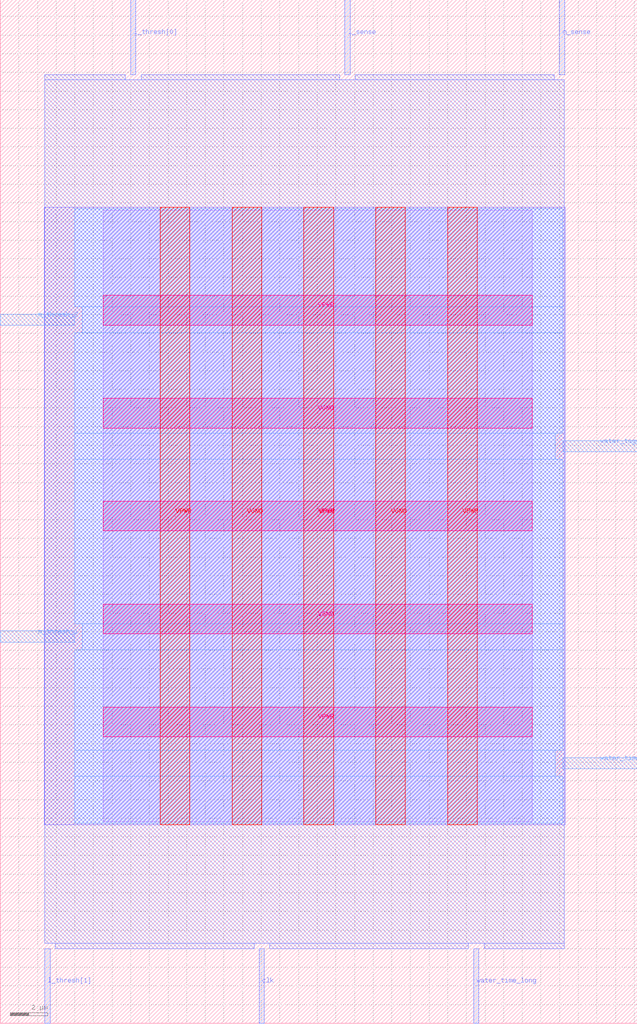
<source format=lef>
VERSION 5.7 ;
  NOWIREEXTENSIONATPIN ON ;
  DIVIDERCHAR "/" ;
  BUSBITCHARS "[]" ;
MACRO fsm
  CLASS BLOCK ;
  FOREIGN fsm ;
  ORIGIN 0.000 0.000 ;
  SIZE 34.165 BY 54.885 ;
  PIN clk
    DIRECTION INPUT ;
    USE SIGNAL ;
    PORT
      LAYER met2 ;
        RECT 13.890 0.000 14.170 4.000 ;
    END
  END clk
  PIN l_sense
    DIRECTION INPUT ;
    USE SIGNAL ;
    PORT
      LAYER met2 ;
        RECT 18.490 50.885 18.770 54.885 ;
    END
  END l_sense
  PIN l_thresh[0]
    DIRECTION INPUT ;
    USE SIGNAL ;
    PORT
      LAYER met2 ;
        RECT 6.990 50.885 7.270 54.885 ;
    END
  END l_thresh[0]
  PIN l_thresh[1]
    DIRECTION INPUT ;
    USE SIGNAL ;
    PORT
      LAYER met2 ;
        RECT 2.390 0.000 2.670 4.000 ;
    END
  END l_thresh[1]
  PIN m_sense
    DIRECTION INPUT ;
    USE SIGNAL ;
    PORT
      LAYER met2 ;
        RECT 29.990 50.885 30.270 54.885 ;
    END
  END m_sense
  PIN m_thresh_1
    DIRECTION INPUT ;
    USE SIGNAL ;
    PORT
      LAYER met3 ;
        RECT 0.000 20.440 4.000 21.040 ;
    END
  END m_thresh_1
  PIN m_thresh_2
    DIRECTION INPUT ;
    USE SIGNAL ;
    PORT
      LAYER met3 ;
        RECT 0.000 37.440 4.000 38.040 ;
    END
  END m_thresh_2
  PIN water_time_long
    DIRECTION INPUT ;
    USE SIGNAL ;
    PORT
      LAYER met2 ;
        RECT 25.390 0.000 25.670 4.000 ;
    END
  END water_time_long
  PIN water_time_short
    DIRECTION INPUT ;
    USE SIGNAL ;
    PORT
      LAYER met3 ;
        RECT 30.165 13.640 34.165 14.240 ;
    END
  END water_time_short
  PIN water_toggle
    DIRECTION OUTPUT TRISTATE ;
    USE SIGNAL ;
    PORT
      LAYER met3 ;
        RECT 30.165 30.640 34.165 31.240 ;
    END
  END water_toggle
  PIN VPWR
    DIRECTION INOUT ;
    USE POWER ;
    PORT
      LAYER met4 ;
        RECT 23.990 10.640 25.590 43.760 ;
    END
  END VPWR
  PIN VPWR
    DIRECTION INOUT ;
    USE POWER ;
    PORT
      LAYER met4 ;
        RECT 16.280 10.640 17.880 43.760 ;
    END
  END VPWR
  PIN VPWR
    DIRECTION INOUT ;
    USE POWER ;
    PORT
      LAYER met4 ;
        RECT 8.575 10.640 10.175 43.760 ;
    END
  END VPWR
  PIN VPWR
    DIRECTION INOUT ;
    USE POWER ;
    PORT
      LAYER met5 ;
        RECT 5.520 37.445 28.520 39.045 ;
    END
  END VPWR
  PIN VPWR
    DIRECTION INOUT ;
    USE POWER ;
    PORT
      LAYER met5 ;
        RECT 5.520 26.405 28.520 28.005 ;
    END
  END VPWR
  PIN VPWR
    DIRECTION INOUT ;
    USE POWER ;
    PORT
      LAYER met5 ;
        RECT 5.520 15.360 28.520 16.960 ;
    END
  END VPWR
  PIN VGND
    DIRECTION INOUT ;
    USE GROUND ;
    PORT
      LAYER met4 ;
        RECT 20.135 10.640 21.735 43.760 ;
    END
  END VGND
  PIN VGND
    DIRECTION INOUT ;
    USE GROUND ;
    PORT
      LAYER met4 ;
        RECT 12.430 10.640 14.030 43.760 ;
    END
  END VGND
  PIN VGND
    DIRECTION INOUT ;
    USE GROUND ;
    PORT
      LAYER met5 ;
        RECT 5.520 31.925 28.520 33.525 ;
    END
  END VGND
  PIN VGND
    DIRECTION INOUT ;
    USE GROUND ;
    PORT
      LAYER met5 ;
        RECT 5.520 20.880 28.520 22.480 ;
    END
  END VGND
  OBS
      LAYER li1 ;
        RECT 5.520 10.795 28.520 43.605 ;
      LAYER met1 ;
        RECT 2.370 10.640 30.290 43.760 ;
      LAYER met2 ;
        RECT 2.400 50.605 6.710 50.885 ;
        RECT 7.550 50.605 18.210 50.885 ;
        RECT 19.050 50.605 29.710 50.885 ;
        RECT 2.400 4.280 30.260 50.605 ;
        RECT 2.950 4.000 13.610 4.280 ;
        RECT 14.450 4.000 25.110 4.280 ;
        RECT 25.950 4.000 30.260 4.280 ;
      LAYER met3 ;
        RECT 4.000 38.440 30.165 43.685 ;
        RECT 4.400 37.040 30.165 38.440 ;
        RECT 4.000 31.640 30.165 37.040 ;
        RECT 4.000 30.240 29.765 31.640 ;
        RECT 4.000 21.440 30.165 30.240 ;
        RECT 4.400 20.040 30.165 21.440 ;
        RECT 4.000 14.640 30.165 20.040 ;
        RECT 4.000 13.240 29.765 14.640 ;
        RECT 4.000 10.715 30.165 13.240 ;
  END
END fsm
END LIBRARY


</source>
